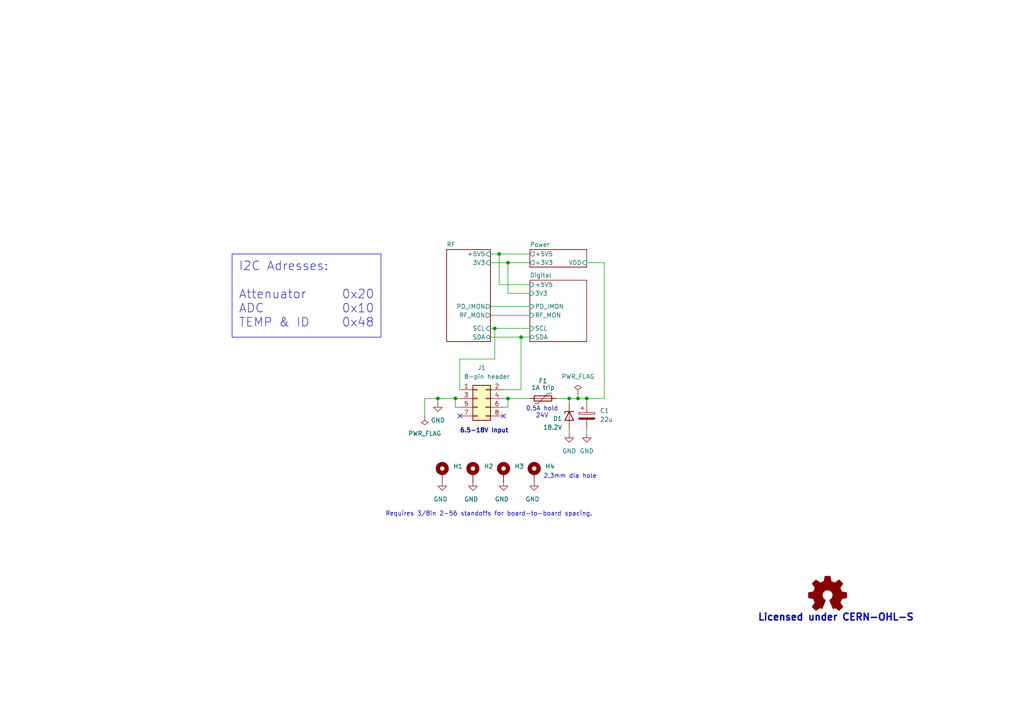
<source format=kicad_sch>
(kicad_sch (version 20250114) (generator "eeschema") (generator_version "9.0")
  (paper "A4")
  (title_block (title "FRX schematic") (date "2024-07-01") (rev "3") (company "Caltech") (comment 1 "Kiran Shila") (comment 2 "Drawing ASP-410") (comment 3 "DSA2000"))
  (lib_symbols
    (symbol "Connector_Generic:Conn_02x04_Odd_Even" (pin_names (offset 1.016) (hide yes))
      (property "Reference" "J" (at 1.27 5.08 0))
      (property "Value" "Conn_02x04_Odd_Even" (at 1.27 -7.62 0))
      (symbol "Conn_02x04_Odd_Even_1_1"
        (rectangle (start -1.27 3.81) (end 3.81 -6.35) (stroke (width 0.254)) (fill (type background)))
        (rectangle (start -1.27 2.667) (end 0 2.413) (stroke (width 0.1524)))
        (rectangle (start -1.27 0.127) (end 0 -0.127) (stroke (width 0.1524)))
        (rectangle (start -1.27 -2.413) (end 0 -2.667) (stroke (width 0.1524)))
        (rectangle (start -1.27 -4.953) (end 0 -5.207) (stroke (width 0.1524)))
        (rectangle (start 3.81 2.667) (end 2.54 2.413) (stroke (width 0.1524)))
        (rectangle (start 3.81 0.127) (end 2.54 -0.127) (stroke (width 0.1524)))
        (rectangle (start 3.81 -2.413) (end 2.54 -2.667) (stroke (width 0.1524)))
        (rectangle (start 3.81 -4.953) (end 2.54 -5.207) (stroke (width 0.1524)))
        (pin passive line (at -5.08 2.54 0) (length 3.81) (name "Pin_1") (number "1"))
        (pin passive line (at -5.08 0 0) (length 3.81) (name "Pin_3") (number "3"))
        (pin passive line (at -5.08 -2.54 0) (length 3.81) (name "Pin_5") (number "5"))
        (pin passive line (at -5.08 -5.08 0) (length 3.81) (name "Pin_7") (number "7"))
        (pin passive line (at 7.62 2.54 180) (length 3.81) (name "Pin_2") (number "2"))
        (pin passive line (at 7.62 0 180) (length 3.81) (name "Pin_4") (number "4"))
        (pin passive line (at 7.62 -2.54 180) (length 3.81) (name "Pin_6") (number "6"))
        (pin passive line (at 7.62 -5.08 180) (length 3.81) (name "Pin_8") (number "8"))
      )
    )
    (symbol "Device:C_Polarized" (pin_numbers (hide yes)) (pin_names (offset 0.254))
      (property "Reference" "C" (at 0.635 2.54 0))
      (property "Value" "C_Polarized" (at 0.635 -2.54 0))
      (symbol "C_Polarized_0_1"
        (rectangle (start -2.286 0.508) (end 2.286 1.016))
        (polyline (pts (xy -1.778 2.286) (xy -0.762 2.286)))
        (polyline (pts (xy -1.27 2.794) (xy -1.27 1.778)))
        (rectangle (start 2.286 -0.508) (end -2.286 -1.016) (fill (type outline)))
      )
      (symbol "C_Polarized_1_1"
        (pin passive line (at 0 3.81 270) (length 2.794) (name "~") (number "1"))
        (pin passive line (at 0 -3.81 90) (length 2.794) (name "~") (number "2"))
      )
    )
    (symbol "Device:D_Zener" (pin_numbers (hide yes)) (pin_names (offset 1.016) (hide yes))
      (property "Reference" "D" (at 0 2.54 0))
      (property "Value" "D_Zener" (at 0 -2.54 0))
      (symbol "D_Zener_0_1"
        (polyline (pts (xy -1.27 -1.27) (xy -1.27 1.27) (xy -0.762 1.27)) (stroke (width 0.254)))
        (polyline (pts (xy 1.27 0) (xy -1.27 0)))
        (polyline (pts (xy 1.27 -1.27) (xy 1.27 1.27) (xy -1.27 0) (xy 1.27 -1.27)) (stroke (width 0.254)))
      )
      (symbol "D_Zener_1_1"
        (pin passive line (at -3.81 0 0) (length 2.54) (name "K") (number "1"))
        (pin passive line (at 3.81 0 180) (length 2.54) (name "A") (number "2"))
      )
    )
    (symbol "Device:Polyfuse" (pin_numbers (hide yes)) (pin_names (offset 0))
      (property "Reference" "F" (at -2.54 0 90))
      (property "Value" "Polyfuse" (at 2.54 0 90))
      (symbol "Polyfuse_0_1"
        (polyline (pts (xy -1.524 2.54) (xy -1.524 1.524) (xy 1.524 -1.524) (xy 1.524 -2.54)))
        (rectangle (start -0.762 2.54) (end 0.762 -2.54) (stroke (width 0.254)))
        (polyline (pts (xy 0 2.54) (xy 0 -2.54)))
      )
      (symbol "Polyfuse_1_1"
        (pin passive line (at 0 3.81 270) (length 1.27) (name "~") (number "1"))
        (pin passive line (at 0 -3.81 90) (length 1.27) (name "~") (number "2"))
      )
    )
    (symbol "Graphic:Logo_Open_Hardware_Small" (in_bom no) (on_board no)
      (symbol "Logo_Open_Hardware_Small_0_1"
        (polyline (pts (xy 3.3528 -4.3434) (xy 3.302 -4.318) (xy 3.175 -4.2418) (xy 2.9972 -4.1148) (xy 2.7686 -3.9624) (xy 2.54 -3.81) (xy 2.3622 -3.7084) (xy 2.2352 -3.6068) (xy 2.1844 -3.5814) (xy 2.159 -3.6068) (xy 2.0574 -3.6576) (xy 1.905 -3.7338) (xy 1.8034 -3.7846) (xy 1.6764 -3.8354) (xy 1.6002 -3.8354) (xy 1.6002 -3.8354) (xy 1.5494 -3.7338) (xy 1.4732 -3.5306) (xy 1.3462 -3.302) (xy 1.2446 -3.0226) (xy 1.1176 -2.7178) (xy 0.9652 -2.413) (xy 0.8636 -2.1082) (xy 0.7366 -1.8288) (xy 0.6604 -1.6256) (xy 0.6096 -1.4732) (xy 0.5842 -1.397) (xy 0.5842 -1.397) (xy 0.6604 -1.3208) (xy 0.7874 -1.2446) (xy 1.0414 -1.016) (xy 1.2954 -0.6858) (xy 1.4478 -0.3302) (xy 1.524 0.0762) (xy 1.4732 0.4572) (xy 1.3208 0.8128) (xy 1.0668 1.143) (xy 0.762 1.3716) (xy 0.4064 1.524) (xy 0 1.5748) (xy -0.381 1.5494) (xy -0.7366 1.397) (xy -1.0668 1.143) (xy -1.2192 0.9906) (xy -1.397 0.6604) (xy -1.524 0.3048) (xy -1.524 0.2286) (xy -1.4986 -0.1778) (xy -1.397 -0.5334) (xy -1.1938 -0.8636) (xy -0.9144 -1.143) (xy -0.8636 -1.1684) (xy -0.7366 -1.27) (xy -0.635 -1.3462) (xy -0.5842 -1.397) (xy -1.0668 -2.5908) (xy -1.143 -2.794) (xy -1.2954 -3.1242) (xy -1.397 -3.4036) (xy -1.4986 -3.6322) (xy -1.5748 -3.7846) (xy -1.6002 -3.8354) (xy -1.6002 -3.8354) (xy -1.651 -3.8354) (xy -1.7272 -3.81) (xy -1.905 -3.7338) (xy -2.0066 -3.683) (xy -2.1336 -3.6068) (xy -2.2098 -3.5814) (xy -2.2606 -3.6068) (xy -2.3622 -3.683) (xy -2.54 -3.81) (xy -2.7686 -3.9624) (xy -2.9718 -4.0894) (xy -3.1496 -4.2164) (xy -3.302 -4.318) (xy -3.3528 -4.3434) (xy -3.3782 -4.3434) (xy -3.429 -4.318) (xy -3.5306 -4.2164) (xy -3.7084 -4.064) (xy -3.937 -3.8354) (xy -3.9624 -3.81) (xy -4.1656 -3.6068) (xy -4.318 -3.4544) (xy -4.4196 -3.3274) (xy -4.445 -3.2766) (xy -4.445 -3.2766) (xy -4.4196 -3.2258) (xy -4.318 -3.0734) (xy -4.2164 -2.8956) (xy -4.064 -2.667) (xy -3.6576 -2.0828) (xy -3.8862 -1.5494) (xy -3.937 -1.3716) (xy -4.0386 -1.1684) (xy -4.0894 -1.0414) (xy -4.1148 -0.9652) (xy -4.191 -0.9398) (xy -4.318 -0.9144) (xy -4.5466 -0.8636) (xy -4.8006 -0.8128) (xy -5.0546 -0.7874) (xy -5.2578 -0.7366) (xy -5.4356 -0.7112) (xy -5.5118 -0.6858) (xy -5.5118 -0.6858) (xy -5.5372 -0.635) (xy -5.5372 -0.5588) (xy -5.5372 -0.4318) (xy -5.5626 -0.2286) (xy -5.5626 0.0762) (xy -5.5626 0.127) (xy -5.5372 0.4064) (xy -5.5372 0.635) (xy -5.5372 0.762) (xy -5.5372 0.8382) (xy -5.5372 0.8382) (xy -5.461 0.8382) (xy -5.3086 0.889) (xy -5.08 0.9144) (xy -4.826 0.9652) (xy -4.8006 0.9906) (xy -4.5466 1.0414) (xy -4.318 1.0668) (xy -4.1656 1.1176) (xy -4.0894 1.143) (xy -4.0894 1.143) (xy -4.0386 1.2446) (xy -3.9624 1.4224) (xy -3.8608 1.6256) (xy -3.7846 1.8288) (xy -3.7084 2.0066) (xy -3.6576 2.159) (xy -3.6322 2.2098) (xy -3.6322 2.2098) (xy -3.683 2.286) (xy -3.7592 2.413) (xy -3.8862 2.5908) (xy -4.064 2.8194) (xy -4.064 2.8448) (xy -4.2164 3.0734) (xy -4.3434 3.2512) (xy -4.4196 3.3782) (xy -4.445 3.4544) (xy -4.445 3.4544) (xy -4.3942 3.5052) (xy -4.2926 3.6322) (xy -4.1148 3.81) (xy -3.937 4.0132) (xy -3.8608 4.064) (xy -3.6576 4.2926) (xy -3.5052 4.4196) (xy -3.4036 4.4958) (xy -3.3528 4.5212) (xy -3.3528 4.5212) (xy -3.302 4.4704) (xy -3.1496 4.3688) (xy -2.9718 4.2418) (xy -2.7432 4.0894) (xy -2.7178 4.0894) (xy -2.4892 3.937) (xy -2.3114 3.81) (xy -2.1844 3.7084) (xy -2.1336 3.683) (xy -2.1082 3.683) (xy -2.032 3.7084) (xy -1.8542 3.7592) (xy -1.6764 3.8354) (xy -1.4732 3.937) (xy -1.27 4.0132) (xy -1.143 4.064) (xy -1.0668 4.1148) (xy -1.0668 4.1148) (xy -1.0414 4.191) (xy -1.016 4.3434) (xy -0.9652 4.572) (xy -0.9144 4.8514) (xy -0.889 4.9022) (xy -0.8382 5.1562) (xy -0.8128 5.3848) (xy -0.7874 5.5372) (xy -0.762 5.588) (xy -0.7112 5.6134) (xy -0.5842 5.6134) (xy -0.4064 5.6134) (xy -0.1524 5.6134) (xy 0.0762 5.6134) (xy 0.3302 5.6134) (xy 0.5334 5.6134) (xy 0.6858 5.588) (xy 0.7366 5.588) (xy 0.7366 5.588) (xy 0.762 5.5118) (xy 0.8128 5.334) (xy 0.8382 5.1054) (xy 0.9144 4.826) (xy 0.9144 4.7752) (xy 0.9652 4.5212) (xy 1.016 4.2926) (xy 1.0414 4.1402) (xy 1.0668 4.0894) (xy 1.0668 4.0894) (xy 1.1938 4.0386) (xy 1.3716 3.9624) (xy 1.5748 3.8608) (xy 2.0828 3.6576) (xy 2.7178 4.0894) (xy 2.7686 4.1402) (xy 2.9972 4.2926) (xy 3.175 4.4196) (xy 3.302 4.4958) (xy 3.3782 4.5212) (xy 3.3782 4.5212) (xy 3.429 4.4704) (xy 3.556 4.3434) (xy 3.7338 4.191) (xy 3.9116 3.9878) (xy 4.064 3.8354) (xy 4.2418 3.6576) (xy 4.3434 3.556) (xy 4.4196 3.4798) (xy 4.4196 3.429) (xy 4.4196 3.4036) (xy 4.3942 3.3274) (xy 4.2926 3.2004) (xy 4.1656 2.9972) (xy 4.0132 2.794) (xy 3.8862 2.5908) (xy 3.7592 2.3876) (xy 3.6576 2.2352) (xy 3.6322 2.159) (xy 3.6322 2.1336) (xy 3.683 2.0066) (xy 3.7592 1.8288) (xy 3.8608 1.6002) (xy 4.064 1.1176) (xy 4.3942 1.0414) (xy 4.5974 1.016) (xy 4.8768 0.9652) (xy 5.1308 0.9144) (xy 5.5372 0.8382) (xy 5.5626 -0.6604) (xy 5.4864 -0.6858) (xy 5.4356 -0.6858) (xy 5.2832 -0.7366) (xy 5.0546 -0.762) (xy 4.8006 -0.8128) (xy 4.5974 -0.8636) (xy 4.3688 -0.9144) (xy 4.2164 -0.9398) (xy 4.1402 -0.9398) (xy 4.1148 -0.9652) (xy 4.064 -1.0668) (xy 3.9878 -1.2446) (xy 3.9116 -1.4478) (xy 3.81 -1.651) (xy 3.7338 -1.8542) (xy 3.683 -2.0066) (xy 3.6576 -2.0828) (xy 3.683 -2.1336) (xy 3.7846 -2.2606) (xy 3.8862 -2.4638) (xy 4.0386 -2.667) (xy 4.191 -2.8956) (xy 4.318 -3.0734) (xy 4.3942 -3.2004) (xy 4.445 -3.2766) (xy 4.4196 -3.3274) (xy 4.3434 -3.429) (xy 4.1656 -3.5814) (xy 3.937 -3.8354) (xy 3.8862 -3.8608) (xy 3.683 -4.064) (xy 3.5306 -4.2164) (xy 3.4036 -4.318) (xy 3.3528 -4.3434)) (fill (type outline)))
      )
    )
    (symbol "Mechanical:MountingHole_Pad" (pin_numbers (hide yes)) (pin_names (offset 1.016) (hide yes)) (exclude_from_sim yes) (in_bom no)
      (property "Reference" "H" (at 0 6.35 0))
      (property "Value" "MountingHole_Pad" (at 0 4.445 0))
      (symbol "MountingHole_Pad_0_1"
        (circle (center 0 1.27) (radius 1.27) (stroke (width 1.27)))
      )
      (symbol "MountingHole_Pad_1_1"
        (pin input line (at 0 -2.54 90) (length 2.54) (name "1") (number "1"))
      )
    )
    (symbol "power:GND" (power) (pin_numbers (hide yes)) (pin_names (offset 0) (hide yes))
      (property "Value" "GND" (at 0 -3.81 0))
      (symbol "GND_0_1"
        (polyline (pts (xy 0 0) (xy 0 -1.27) (xy 1.27 -1.27) (xy 0 -2.54) (xy -1.27 -1.27) (xy 0 -1.27)))
      )
      (symbol "GND_1_1"
        (pin power_in line (at 0 0 270) (length 0) (name "~") (number "1"))
      )
    )
    (symbol "power:PWR_FLAG" (power) (pin_numbers (hide yes)) (pin_names (offset 0) (hide yes))
      (property "Value" "PWR_FLAG" (at 0 3.81 0))
      (symbol "PWR_FLAG_0_0"
        (pin power_out line (at 0 0 90) (length 0) (name "~") (number "1"))
      )
      (symbol "PWR_FLAG_0_1"
        (polyline (pts (xy 0 0) (xy 0 1.27) (xy -1.016 1.905) (xy 0 2.54) (xy 1.016 1.905) (xy 0 1.27)))
      )
    )
  )
  (text "Requires 3/8in 2-56 standoffs for board-to-board spacing." (at 111.76 149.86 0) (effects (font (size 1.27 1.27)) (justify left bottom)))
  (text "6.5-18V Input" (at 133.35 125.73 0) (effects (font (size 1.27 1.27) (bold yes)) (justify left bottom)))
  (text "Licensed under CERN-OHL-S" (at 219.71 180.34 0) (effects (font (size 2 2) (thickness 0.4) (bold yes)) (justify left bottom)))
  (text "2.3mm dia hole" (at 165.354 138.176 0) (effects (font (size 1.27 1.27))))
  (text "0.5A hold\n24V" (at 157.226 119.634 0) (effects (font (size 1.27 1.27))))
  (text_box "I2C Adresses:\n\nAttenuator	0x20\nADC			0x10\nTEMP & ID	0x48" (at 67.31 73.66 0) (size 43.18 24.13) (margins 1.905 1.905 1.905 1.905) (effects (font (size 2.54 2.54)) (justify left top)))
  (junction (at 167.64 115.57))
  (junction (at 144.78 73.66))
  (junction (at 170.18 115.57))
  (junction (at 151.13 97.79))
  (junction (at 143.51 95.25))
  (junction (at 132.08 115.57))
  (junction (at 127 115.57))
  (junction (at 147.32 115.57))
  (junction (at 165.1 115.57))
  (junction (at 147.32 76.2))
  (no_connect (at 133.35 120.65))
  (no_connect (at 146.05 120.65))
  (wire (pts (xy 170.18 115.57) (xy 175.26 115.57)))
  (wire (pts (xy 142.24 97.79) (xy 151.13 97.79)))
  (wire (pts (xy 146.05 118.11) (xy 147.32 118.11)))
  (wire (pts (xy 142.24 73.66) (xy 144.78 73.66)))
  (wire (pts (xy 127 115.57) (xy 132.08 115.57)))
  (wire (pts (xy 151.13 97.79) (xy 153.67 97.79)))
  (wire (pts (xy 165.1 115.57) (xy 165.1 116.84)))
  (wire (pts (xy 153.67 85.09) (xy 147.32 85.09)))
  (wire (pts (xy 143.51 104.14) (xy 143.51 95.25)))
  (wire (pts (xy 132.08 115.57) (xy 133.35 115.57)))
  (wire (pts (xy 123.19 115.57) (xy 127 115.57)))
  (wire (pts (xy 142.24 88.9) (xy 153.67 88.9)))
  (wire (pts (xy 147.32 115.57) (xy 153.67 115.57)))
  (wire (pts (xy 151.13 97.79) (xy 151.13 113.03)))
  (wire (pts (xy 167.64 115.57) (xy 170.18 115.57)))
  (wire (pts (xy 143.51 95.25) (xy 153.67 95.25)))
  (wire (pts (xy 170.18 76.2) (xy 175.26 76.2)))
  (wire (pts (xy 123.19 120.65) (xy 123.19 115.57)))
  (wire (pts (xy 165.1 115.57) (xy 167.64 115.57)))
  (wire (pts (xy 175.26 76.2) (xy 175.26 115.57)))
  (wire (pts (xy 133.35 118.11) (xy 132.08 118.11)))
  (wire (pts (xy 161.29 115.57) (xy 165.1 115.57)))
  (wire (pts (xy 165.1 124.46) (xy 165.1 125.73)))
  (wire (pts (xy 147.32 118.11) (xy 147.32 115.57)))
  (wire (pts (xy 170.18 116.84) (xy 170.18 115.57)))
  (wire (pts (xy 133.35 104.14) (xy 143.51 104.14)))
  (wire (pts (xy 144.78 73.66) (xy 153.67 73.66)))
  (wire (pts (xy 142.24 95.25) (xy 143.51 95.25)))
  (wire (pts (xy 146.05 113.03) (xy 151.13 113.03)))
  (wire (pts (xy 153.67 82.55) (xy 144.78 82.55)))
  (wire (pts (xy 146.05 115.57) (xy 147.32 115.57)))
  (wire (pts (xy 132.08 118.11) (xy 132.08 115.57)))
  (wire (pts (xy 142.24 91.44) (xy 153.67 91.44)))
  (wire (pts (xy 170.18 125.73) (xy 170.18 124.46)))
  (wire (pts (xy 147.32 85.09) (xy 147.32 76.2)))
  (wire (pts (xy 133.35 104.14) (xy 133.35 113.03)))
  (wire (pts (xy 144.78 82.55) (xy 144.78 73.66)))
  (wire (pts (xy 167.64 114.3) (xy 167.64 115.57)))
  (wire (pts (xy 147.32 76.2) (xy 153.67 76.2)))
  (wire (pts (xy 142.24 76.2) (xy 147.32 76.2)))
  (wire (pts (xy 127 115.57) (xy 127 116.84)))
  (symbol (lib_id "power:GND") (at 127 116.84 0) (unit 1)
    (property "Reference" "#PWR047" (effects (hide yes)))
    (property "Value" "GND" (at 127 121.92 0))
    (property "Description" "Power symbol creates a global label with name \"GND\" , ground" (effects (hide yes)))
  )
  (symbol (lib_id "Mechanical:MountingHole_Pad") (at 146.05 137.16 0) (unit 1) (in_bom no)
    (property "Reference" "H3" (at 149.225 135.255 0) (effects (justify left)))
    (property "Value" "MountingHole_Pad" (effects (hide yes)))
    (property "Footprint" "DSA2K:MountingHole_2_Pad_Via" (effects (hide yes)))
    (property "Description" "Mounting Hole with connection" (effects (hide yes)))
    (property "MPN" "-" (effects (hide yes)))
  )
  (symbol (lib_id "power:GND") (at 165.1 125.73 0) (unit 1)
    (property "Reference" "#PWR05" (effects (hide yes)))
    (property "Value" "GND" (at 165.1 130.81 0))
    (property "Description" "Power symbol creates a global label with name \"GND\" , ground" (effects (hide yes)))
  )
  (symbol (lib_id "Device:D_Zener") (at 165.1 120.65 90) (mirror x) (unit 1)
    (property "Reference" "D1" (at 163.068 121.412 90) (effects (justify left)))
    (property "Value" "18.2V" (at 163.068 123.952 90) (effects (justify left)))
    (property "Footprint" "Diode_SMD:D_SMA" (effects (hide yes)))
    (property "Description" "Zener diode" (effects (hide yes)))
    (property "MPN" "SMAJ11A" (effects (hide yes)))
  )
  (symbol (lib_id "Device:C_Polarized") (at 170.18 120.65 0) (unit 1)
    (property "Reference" "C1" (at 173.99 119.126 0) (effects (justify left)))
    (property "Value" "22u" (at 173.99 121.666 0) (effects (justify left)))
    (property "Footprint" "Capacitor_Tantalum_SMD:CP_EIA-6032-28_Kemet-C" (effects (hide yes)))
    (property "Datasheet" "https://www.vishay.com/docs/40002/293d.pdf" (effects (hide yes)))
    (property "Description" "Polarized capacitor" (effects (hide yes)))
    (property "MPN" "293D226X9025C2TE3" (effects (hide yes)))
  )
  (symbol (lib_id "Mechanical:MountingHole_Pad") (at 154.94 137.16 0) (unit 1) (in_bom no)
    (property "Reference" "H4" (at 158.115 135.255 0) (effects (justify left)))
    (property "Value" "MountingHole_Pad" (effects (hide yes)))
    (property "Footprint" "DSA2K:MountingHole_2_Pad_Via" (effects (hide yes)))
    (property "Description" "Mounting Hole with connection" (effects (hide yes)))
    (property "MPN" "-" (effects (hide yes)))
  )
  (symbol (lib_id "Device:Polyfuse") (at 157.48 115.57 90) (unit 1)
    (property "Reference" "F1" (at 157.48 110.49 90))
    (property "Value" "1A trip" (at 157.48 112.395 90))
    (property "Footprint" "Fuse:Fuse_1206_3216Metric" (effects (hide yes)))
    (property "Description" "Resettable fuse, polymeric positive temperature coefficient" (effects (hide yes)))
    (property "MPN" "1206L050/24WR" (effects (hide yes)))
  )
  (symbol (lib_id "Graphic:Logo_Open_Hardware_Small") (at 240.03 172.72 0) (unit 1) (exclude_from_sim yes) (in_bom no)
    (property "Reference" "#SYM1" (effects (hide yes)))
    (property "Value" "Logo_Open_Hardware_Small" (effects (hide yes)))
    (property "Footprint" "Symbol:OSHW-Logo2_7.3x6mm_SilkScreen" (effects (hide yes)))
    (property "Description" "Open Hardware logo, small" (effects (hide yes)))
  )
  (symbol (lib_id "Mechanical:MountingHole_Pad") (at 137.16 137.16 0) (unit 1) (in_bom no)
    (property "Reference" "H2" (at 140.335 135.255 0) (effects (justify left)))
    (property "Value" "MountingHole_Pad" (effects (hide yes)))
    (property "Footprint" "DSA2K:MountingHole_2_Pad_Via" (effects (hide yes)))
    (property "Description" "Mounting Hole with connection" (effects (hide yes)))
    (property "MPN" "-" (effects (hide yes)))
  )
  (symbol (lib_id "power:GND") (at 128.27 139.7 0) (unit 1)
    (property "Reference" "#PWR02" (effects (hide yes)))
    (property "Value" "GND" (at 127.762 144.78 0))
    (property "Description" "Power symbol creates a global label with name \"GND\" , ground" (effects (hide yes)))
  )
  (symbol (lib_id "Mechanical:MountingHole_Pad") (at 128.27 137.16 0) (unit 1) (in_bom no)
    (property "Reference" "H1" (at 131.445 135.255 0) (effects (justify left)))
    (property "Value" "MountingHole_Pad" (effects (hide yes)))
    (property "Footprint" "DSA2K:MountingHole_2_Pad_Via" (effects (hide yes)))
    (property "Description" "Mounting Hole with connection" (effects (hide yes)))
    (property "MPN" "-" (effects (hide yes)))
  )
  (symbol (lib_id "power:GND") (at 170.18 125.73 0) (unit 1)
    (property "Reference" "#PWR07" (effects (hide yes)))
    (property "Value" "GND" (at 170.18 130.81 0))
    (property "Description" "Power symbol creates a global label with name \"GND\" , ground" (effects (hide yes)))
  )
  (symbol (lib_id "power:PWR_FLAG") (at 123.19 120.65 180) (unit 1)
    (property "Reference" "#FLG01" (effects (hide yes)))
    (property "Value" "PWR_FLAG" (at 123.19 125.73 0))
    (property "Description" "Special symbol for telling ERC where power comes from" (effects (hide yes)))
  )
  (symbol (lib_id "power:GND") (at 154.94 139.7 0) (unit 1)
    (property "Reference" "#PWR06" (effects (hide yes)))
    (property "Value" "GND" (at 154.432 144.78 0))
    (property "Description" "Power symbol creates a global label with name \"GND\" , ground" (effects (hide yes)))
  )
  (symbol (lib_id "power:GND") (at 146.05 139.7 0) (unit 1)
    (property "Reference" "#PWR04" (effects (hide yes)))
    (property "Value" "GND" (at 145.542 144.78 0))
    (property "Description" "Power symbol creates a global label with name \"GND\" , ground" (effects (hide yes)))
  )
  (symbol (lib_id "power:PWR_FLAG") (at 167.64 114.3 0) (unit 1)
    (property "Reference" "#FLG02" (effects (hide yes)))
    (property "Value" "PWR_FLAG" (at 167.64 109.22 0))
    (property "Description" "Special symbol for telling ERC where power comes from" (effects (hide yes)))
  )
  (symbol (lib_id "power:GND") (at 137.16 139.7 0) (unit 1)
    (property "Reference" "#PWR03" (effects (hide yes)))
    (property "Value" "GND" (at 136.652 144.78 0))
    (property "Description" "Power symbol creates a global label with name \"GND\" , ground" (effects (hide yes)))
  )
  (symbol (lib_id "Connector_Generic:Conn_02x04_Odd_Even") (at 138.43 115.57 0) (unit 1)
    (property "Reference" "J1" (at 139.7 106.68 0))
    (property "Value" "8-pin header" (at 141.224 109.22 0))
    (property "Footprint" "DSA2K:HeaderThru8p" (effects (hide yes)))
    (property "Description" "CONN HEADER VERT 8POS 2.54MM" (effects (hide yes)))
    (property "MPN" "9-146261-0-04" (effects (hide yes)))
  )
  (sheet (at 153.67 72.39) (size 16.51 5.08) (stroke (width 0.1524))
    (property "Sheetname" "Power" (at 153.67 71.6784 0) (effects (justify left bottom)))
    (property "Sheetfile" "power.kicad_sch" (effects (hide yes)))
    (pin "VDD" input (at 170.18 76.2 0))
    (pin "+5V5" output (at 153.67 73.66 180))
    (pin "+3V3" output (at 153.67 76.2 180))
  )
  (sheet (at 153.67 81.28) (size 16.51 17.78) (stroke (width 0.1524))
    (property "Sheetname" "Digital" (at 153.67 80.5684 0) (effects (justify left bottom)))
    (property "Sheetfile" "digital.kicad_sch" (effects (hide yes)))
    (pin "PD_IMON" input (at 153.67 88.9 180))
    (pin "RF_MON" input (at 153.67 91.44 180))
    (pin "SCL" input (at 153.67 95.25 180))
    (pin "SDA" bidirectional (at 153.67 97.79 180))
    (pin "3V3" input (at 153.67 85.09 180))
    (pin "+5V5" input (at 153.67 82.55 180))
  )
  (sheet (at 129.54 72.39) (size 12.7 26.67) (stroke (width 0.1524))
    (property "Sheetname" "RF" (at 129.54 71.6784 0) (effects (justify left bottom)))
    (property "Sheetfile" "RF.kicad_sch" (effects (hide yes)))
    (pin "+5V5" input (at 142.24 73.66 0))
    (pin "PD_IMON" output (at 142.24 88.9 0))
    (pin "SCL" input (at 142.24 95.25 0))
    (pin "SDA" bidirectional (at 142.24 97.79 0))
    (pin "3V3" input (at 142.24 76.2 0))
    (pin "RF_MON" output (at 142.24 91.44 0))
  )
)
</source>
